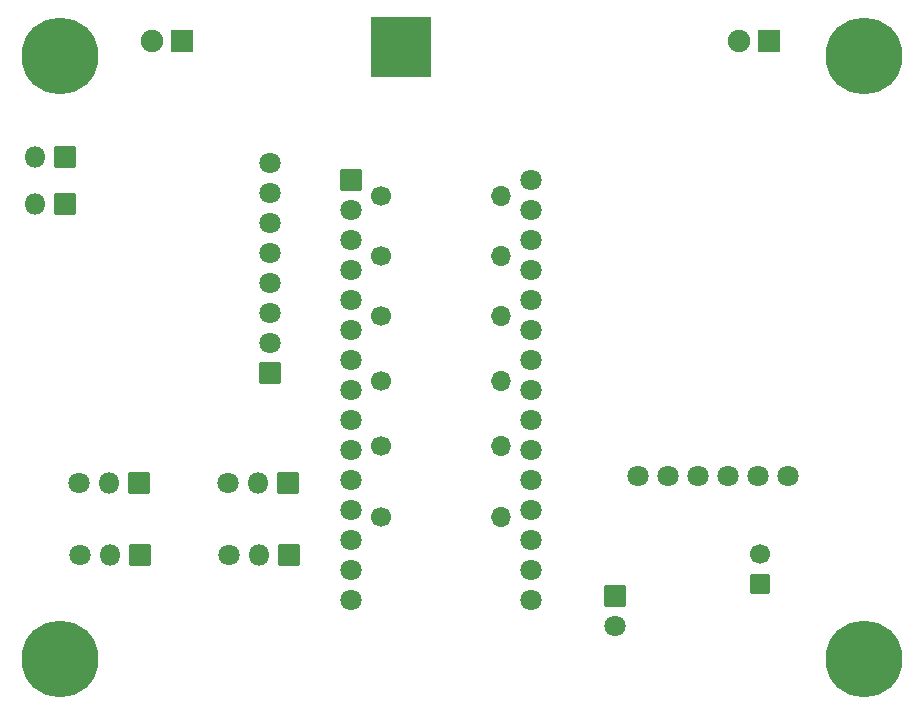
<source format=gts>
G04 #@! TF.GenerationSoftware,KiCad,Pcbnew,(6.0.10)*
G04 #@! TF.CreationDate,2023-05-03T21:15:51-04:00*
G04 #@! TF.ProjectId,MiniCopterSchematic,4d696e69-436f-4707-9465-72536368656d,v01*
G04 #@! TF.SameCoordinates,Original*
G04 #@! TF.FileFunction,Soldermask,Top*
G04 #@! TF.FilePolarity,Negative*
%FSLAX46Y46*%
G04 Gerber Fmt 4.6, Leading zero omitted, Abs format (unit mm)*
G04 Created by KiCad (PCBNEW (6.0.10)) date 2023-05-03 21:15:51*
%MOMM*%
%LPD*%
G01*
G04 APERTURE LIST*
G04 Aperture macros list*
%AMRoundRect*
0 Rectangle with rounded corners*
0 $1 Rounding radius*
0 $2 $3 $4 $5 $6 $7 $8 $9 X,Y pos of 4 corners*
0 Add a 4 corners polygon primitive as box body*
4,1,4,$2,$3,$4,$5,$6,$7,$8,$9,$2,$3,0*
0 Add four circle primitives for the rounded corners*
1,1,$1+$1,$2,$3*
1,1,$1+$1,$4,$5*
1,1,$1+$1,$6,$7*
1,1,$1+$1,$8,$9*
0 Add four rect primitives between the rounded corners*
20,1,$1+$1,$2,$3,$4,$5,0*
20,1,$1+$1,$4,$5,$6,$7,0*
20,1,$1+$1,$6,$7,$8,$9,0*
20,1,$1+$1,$8,$9,$2,$3,0*%
G04 Aperture macros list end*
%ADD10C,6.500000*%
%ADD11RoundRect,0.050000X0.850000X-0.850000X0.850000X0.850000X-0.850000X0.850000X-0.850000X-0.850000X0*%
%ADD12O,1.800000X1.800000*%
%ADD13C,1.800000*%
%ADD14C,1.700000*%
%ADD15O,1.700000X1.700000*%
%ADD16RoundRect,0.050000X-0.850000X-0.850000X0.850000X-0.850000X0.850000X0.850000X-0.850000X0.850000X0*%
%ADD17RoundRect,0.050000X0.900000X0.900000X-0.900000X0.900000X-0.900000X-0.900000X0.900000X-0.900000X0*%
%ADD18C,1.900000*%
%ADD19RoundRect,0.050000X-0.850000X0.850000X-0.850000X-0.850000X0.850000X-0.850000X0.850000X0.850000X0*%
%ADD20RoundRect,0.050000X0.800000X-0.800000X0.800000X0.800000X-0.800000X0.800000X-0.800000X-0.800000X0*%
%ADD21RoundRect,0.050000X-2.500000X-2.500000X2.500000X-2.500000X2.500000X2.500000X-2.500000X2.500000X0*%
G04 APERTURE END LIST*
D10*
X77740000Y-77500000D03*
D11*
X97047000Y-113596000D03*
D12*
X94507000Y-113596000D03*
D13*
X91967000Y-113596000D03*
D14*
X104920000Y-105000000D03*
D15*
X115080000Y-105000000D03*
D16*
X124727013Y-123240000D03*
D13*
X124727013Y-125780000D03*
X139332013Y-113080000D03*
X136792013Y-113080000D03*
X134252013Y-113080000D03*
X131712013Y-113080000D03*
X129172013Y-113080000D03*
X126632013Y-113080000D03*
D14*
X104920000Y-116500000D03*
D15*
X115080000Y-116500000D03*
D16*
X102385000Y-88000000D03*
D13*
X102385000Y-90540000D03*
X102385000Y-93080000D03*
X102385000Y-95620000D03*
X102385000Y-98160000D03*
X102385000Y-100700000D03*
X102385000Y-103240000D03*
X102385000Y-105780000D03*
X102385000Y-108320000D03*
X102385000Y-110860000D03*
X102385000Y-113400000D03*
X102385000Y-115940000D03*
X102385000Y-118480000D03*
X102385000Y-121020000D03*
X102385000Y-123560000D03*
X117625000Y-123560000D03*
X117625000Y-121020000D03*
X117625000Y-118480000D03*
X117625000Y-115940000D03*
X117625000Y-113400000D03*
X117625000Y-110860000D03*
X117625000Y-108320000D03*
X117625000Y-105780000D03*
X117625000Y-103240000D03*
X117625000Y-100700000D03*
X117625000Y-98160000D03*
X117625000Y-95620000D03*
X117625000Y-93080000D03*
X117625000Y-90540000D03*
X117625000Y-88000000D03*
D14*
X104920000Y-94400000D03*
D15*
X115080000Y-94400000D03*
D17*
X88040000Y-76250000D03*
D18*
X85500000Y-76250000D03*
D19*
X78140000Y-90000000D03*
D12*
X75600000Y-90000000D03*
D20*
X137000000Y-122182380D03*
D14*
X137000000Y-119682380D03*
D17*
X137740000Y-76250000D03*
D18*
X135200000Y-76250000D03*
D14*
X104920000Y-89300000D03*
D15*
X115080000Y-89300000D03*
D10*
X145740000Y-77500000D03*
X145740000Y-128500000D03*
D19*
X78140000Y-86000000D03*
D12*
X75600000Y-86000000D03*
D11*
X84455000Y-119750000D03*
D12*
X81915000Y-119750000D03*
D13*
X79375000Y-119750000D03*
D11*
X97070000Y-119725000D03*
D12*
X94530000Y-119725000D03*
D13*
X91990000Y-119725000D03*
D10*
X77740000Y-128500000D03*
D14*
X104920000Y-99500000D03*
D15*
X115080000Y-99500000D03*
D14*
X104920000Y-110500000D03*
D15*
X115080000Y-110500000D03*
D19*
X95505290Y-104315290D03*
D13*
X95505290Y-101775290D03*
X95505290Y-99235290D03*
X95505290Y-96695290D03*
X95505290Y-94155290D03*
X95505290Y-91615290D03*
X95505290Y-89075290D03*
X95505290Y-86535290D03*
D11*
X84400000Y-113600000D03*
D12*
X81860000Y-113600000D03*
D13*
X79320000Y-113600000D03*
D21*
X106600000Y-76750000D03*
M02*

</source>
